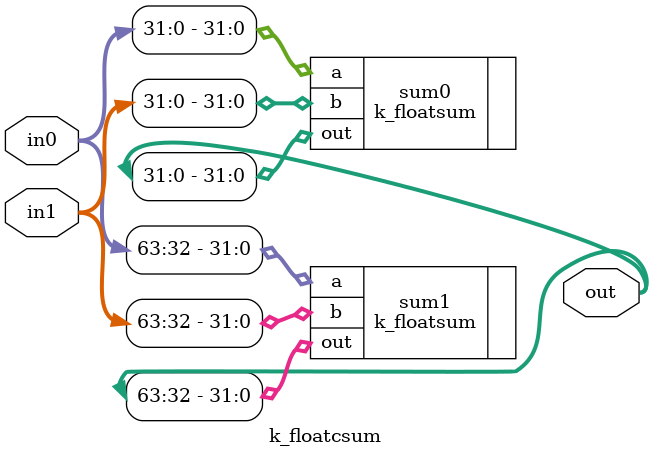
<source format=sv>

module k_floatcsum
(
	input logic[63:0] in0, in1,
	output logic[63:0] out
);
	
	k_floatsum sum0(.a(in0[31:0]), .b(in1[31:0]), .out(out[31:0]));
	k_floatsum sum1(.a(in0[63:32]), .b(in1[63:32]), .out(out[63:32]));

endmodule

</source>
